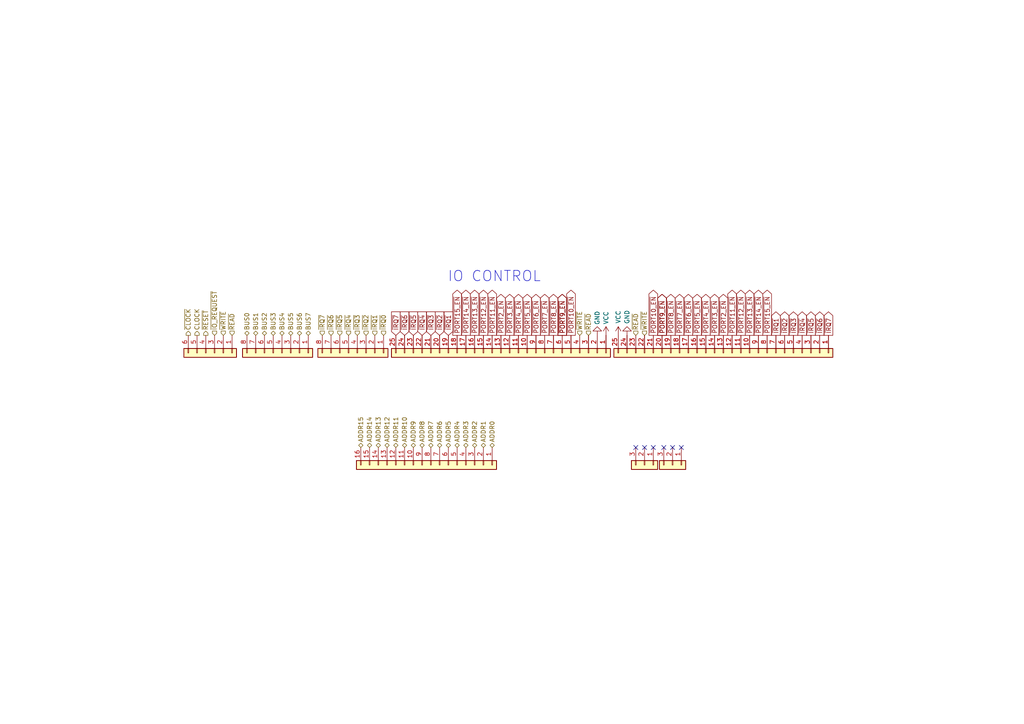
<source format=kicad_sch>
(kicad_sch (version 20211123) (generator eeschema)
  (paper "A4")
  (lib_symbols
    (symbol "Connector_Generic:Conn_01x03" (pin_names (offset 1.016) hide)
      (property "Reference" "J" (at 0 5.08 0))
      (property "Value" "Conn_01x03" (at 0 -5.08 0))
      (symbol "Conn_01x03_1_1"
        (rectangle (start -1.27 -2.413) (end 0 -2.667) (stroke (width 0.1524)))
        (rectangle (start -1.27 0.127) (end 0 -0.127) (stroke (width 0.1524)))
        (rectangle (start -1.27 2.667) (end 0 2.413) (stroke (width 0.1524)))
        (rectangle (start -1.27 3.81) (end 1.27 -3.81) (stroke (width 0.254)) (fill (type background)))
        (pin passive line (at -5.08 2.54 0) (length 3.81) (name "Pin_1") (number "1"))
        (pin passive line (at -5.08 0 0) (length 3.81) (name "Pin_2") (number "2"))
        (pin passive line (at -5.08 -2.54 0) (length 3.81) (name "Pin_3") (number "3"))
      )
    )
    (symbol "Connector_Generic:Conn_01x06" (pin_names (offset 1.016) hide)
      (property "Reference" "J" (at 0 7.62 0))
      (property "Value" "Conn_01x06" (at 0 -10.16 0))
      (symbol "Conn_01x06_1_1"
        (rectangle (start -1.27 -7.493) (end 0 -7.747) (stroke (width 0.1524)))
        (rectangle (start -1.27 -4.953) (end 0 -5.207) (stroke (width 0.1524)))
        (rectangle (start -1.27 -2.413) (end 0 -2.667) (stroke (width 0.1524)))
        (rectangle (start -1.27 0.127) (end 0 -0.127) (stroke (width 0.1524)))
        (rectangle (start -1.27 2.667) (end 0 2.413) (stroke (width 0.1524)))
        (rectangle (start -1.27 5.207) (end 0 4.953) (stroke (width 0.1524)))
        (rectangle (start -1.27 6.35) (end 1.27 -8.89) (stroke (width 0.254)) (fill (type background)))
        (pin passive line (at -5.08 5.08 0) (length 3.81) (name "Pin_1") (number "1"))
        (pin passive line (at -5.08 2.54 0) (length 3.81) (name "Pin_2") (number "2"))
        (pin passive line (at -5.08 0 0) (length 3.81) (name "Pin_3") (number "3"))
        (pin passive line (at -5.08 -2.54 0) (length 3.81) (name "Pin_4") (number "4"))
        (pin passive line (at -5.08 -5.08 0) (length 3.81) (name "Pin_5") (number "5"))
        (pin passive line (at -5.08 -7.62 0) (length 3.81) (name "Pin_6") (number "6"))
      )
    )
    (symbol "Connector_Generic:Conn_01x08" (pin_names (offset 1.016) hide)
      (property "Reference" "J" (at 0 10.16 0))
      (property "Value" "Conn_01x08" (at 0 -12.7 0))
      (symbol "Conn_01x08_1_1"
        (rectangle (start -1.27 -10.033) (end 0 -10.287) (stroke (width 0.1524)))
        (rectangle (start -1.27 -7.493) (end 0 -7.747) (stroke (width 0.1524)))
        (rectangle (start -1.27 -4.953) (end 0 -5.207) (stroke (width 0.1524)))
        (rectangle (start -1.27 -2.413) (end 0 -2.667) (stroke (width 0.1524)))
        (rectangle (start -1.27 0.127) (end 0 -0.127) (stroke (width 0.1524)))
        (rectangle (start -1.27 2.667) (end 0 2.413) (stroke (width 0.1524)))
        (rectangle (start -1.27 5.207) (end 0 4.953) (stroke (width 0.1524)))
        (rectangle (start -1.27 7.747) (end 0 7.493) (stroke (width 0.1524)))
        (rectangle (start -1.27 8.89) (end 1.27 -11.43) (stroke (width 0.254)) (fill (type background)))
        (pin passive line (at -5.08 7.62 0) (length 3.81) (name "Pin_1") (number "1"))
        (pin passive line (at -5.08 5.08 0) (length 3.81) (name "Pin_2") (number "2"))
        (pin passive line (at -5.08 2.54 0) (length 3.81) (name "Pin_3") (number "3"))
        (pin passive line (at -5.08 0 0) (length 3.81) (name "Pin_4") (number "4"))
        (pin passive line (at -5.08 -2.54 0) (length 3.81) (name "Pin_5") (number "5"))
        (pin passive line (at -5.08 -5.08 0) (length 3.81) (name "Pin_6") (number "6"))
        (pin passive line (at -5.08 -7.62 0) (length 3.81) (name "Pin_7") (number "7"))
        (pin passive line (at -5.08 -10.16 0) (length 3.81) (name "Pin_8") (number "8"))
      )
    )
    (symbol "Connector_Generic:Conn_01x16" (pin_names (offset 1.016) hide)
      (property "Reference" "J" (at 0 20.32 0))
      (property "Value" "Conn_01x16" (at 0 -22.86 0))
      (symbol "Conn_01x16_1_1"
        (rectangle (start -1.27 -20.193) (end 0 -20.447) (stroke (width 0.1524)))
        (rectangle (start -1.27 -17.653) (end 0 -17.907) (stroke (width 0.1524)))
        (rectangle (start -1.27 -15.113) (end 0 -15.367) (stroke (width 0.1524)))
        (rectangle (start -1.27 -12.573) (end 0 -12.827) (stroke (width 0.1524)))
        (rectangle (start -1.27 -10.033) (end 0 -10.287) (stroke (width 0.1524)))
        (rectangle (start -1.27 -7.493) (end 0 -7.747) (stroke (width 0.1524)))
        (rectangle (start -1.27 -4.953) (end 0 -5.207) (stroke (width 0.1524)))
        (rectangle (start -1.27 -2.413) (end 0 -2.667) (stroke (width 0.1524)))
        (rectangle (start -1.27 0.127) (end 0 -0.127) (stroke (width 0.1524)))
        (rectangle (start -1.27 2.667) (end 0 2.413) (stroke (width 0.1524)))
        (rectangle (start -1.27 5.207) (end 0 4.953) (stroke (width 0.1524)))
        (rectangle (start -1.27 7.747) (end 0 7.493) (stroke (width 0.1524)))
        (rectangle (start -1.27 10.287) (end 0 10.033) (stroke (width 0.1524)))
        (rectangle (start -1.27 12.827) (end 0 12.573) (stroke (width 0.1524)))
        (rectangle (start -1.27 15.367) (end 0 15.113) (stroke (width 0.1524)))
        (rectangle (start -1.27 17.907) (end 0 17.653) (stroke (width 0.1524)))
        (rectangle (start -1.27 19.05) (end 1.27 -21.59) (stroke (width 0.254)) (fill (type background)))
        (pin passive line (at -5.08 17.78 0) (length 3.81) (name "Pin_1") (number "1"))
        (pin passive line (at -5.08 -5.08 0) (length 3.81) (name "Pin_10") (number "10"))
        (pin passive line (at -5.08 -7.62 0) (length 3.81) (name "Pin_11") (number "11"))
        (pin passive line (at -5.08 -10.16 0) (length 3.81) (name "Pin_12") (number "12"))
        (pin passive line (at -5.08 -12.7 0) (length 3.81) (name "Pin_13") (number "13"))
        (pin passive line (at -5.08 -15.24 0) (length 3.81) (name "Pin_14") (number "14"))
        (pin passive line (at -5.08 -17.78 0) (length 3.81) (name "Pin_15") (number "15"))
        (pin passive line (at -5.08 -20.32 0) (length 3.81) (name "Pin_16") (number "16"))
        (pin passive line (at -5.08 15.24 0) (length 3.81) (name "Pin_2") (number "2"))
        (pin passive line (at -5.08 12.7 0) (length 3.81) (name "Pin_3") (number "3"))
        (pin passive line (at -5.08 10.16 0) (length 3.81) (name "Pin_4") (number "4"))
        (pin passive line (at -5.08 7.62 0) (length 3.81) (name "Pin_5") (number "5"))
        (pin passive line (at -5.08 5.08 0) (length 3.81) (name "Pin_6") (number "6"))
        (pin passive line (at -5.08 2.54 0) (length 3.81) (name "Pin_7") (number "7"))
        (pin passive line (at -5.08 0 0) (length 3.81) (name "Pin_8") (number "8"))
        (pin passive line (at -5.08 -2.54 0) (length 3.81) (name "Pin_9") (number "9"))
      )
    )
    (symbol "Connector_Generic:Conn_01x25" (pin_names (offset 1.016) hide)
      (property "Reference" "J" (at 0 33.02 0))
      (property "Value" "Conn_01x25" (at 0 -33.02 0))
      (symbol "Conn_01x25_1_1"
        (rectangle (start -1.27 -30.353) (end 0 -30.607) (stroke (width 0.1524)))
        (rectangle (start -1.27 -27.813) (end 0 -28.067) (stroke (width 0.1524)))
        (rectangle (start -1.27 -25.273) (end 0 -25.527) (stroke (width 0.1524)))
        (rectangle (start -1.27 -22.733) (end 0 -22.987) (stroke (width 0.1524)))
        (rectangle (start -1.27 -20.193) (end 0 -20.447) (stroke (width 0.1524)))
        (rectangle (start -1.27 -17.653) (end 0 -17.907) (stroke (width 0.1524)))
        (rectangle (start -1.27 -15.113) (end 0 -15.367) (stroke (width 0.1524)))
        (rectangle (start -1.27 -12.573) (end 0 -12.827) (stroke (width 0.1524)))
        (rectangle (start -1.27 -10.033) (end 0 -10.287) (stroke (width 0.1524)))
        (rectangle (start -1.27 -7.493) (end 0 -7.747) (stroke (width 0.1524)))
        (rectangle (start -1.27 -4.953) (end 0 -5.207) (stroke (width 0.1524)))
        (rectangle (start -1.27 -2.413) (end 0 -2.667) (stroke (width 0.1524)))
        (rectangle (start -1.27 0.127) (end 0 -0.127) (stroke (width 0.1524)))
        (rectangle (start -1.27 2.667) (end 0 2.413) (stroke (width 0.1524)))
        (rectangle (start -1.27 5.207) (end 0 4.953) (stroke (width 0.1524)))
        (rectangle (start -1.27 7.747) (end 0 7.493) (stroke (width 0.1524)))
        (rectangle (start -1.27 10.287) (end 0 10.033) (stroke (width 0.1524)))
        (rectangle (start -1.27 12.827) (end 0 12.573) (stroke (width 0.1524)))
        (rectangle (start -1.27 15.367) (end 0 15.113) (stroke (width 0.1524)))
        (rectangle (start -1.27 17.907) (end 0 17.653) (stroke (width 0.1524)))
        (rectangle (start -1.27 20.447) (end 0 20.193) (stroke (width 0.1524)))
        (rectangle (start -1.27 22.987) (end 0 22.733) (stroke (width 0.1524)))
        (rectangle (start -1.27 25.527) (end 0 25.273) (stroke (width 0.1524)))
        (rectangle (start -1.27 28.067) (end 0 27.813) (stroke (width 0.1524)))
        (rectangle (start -1.27 30.607) (end 0 30.353) (stroke (width 0.1524)))
        (rectangle (start -1.27 31.75) (end 1.27 -31.75) (stroke (width 0.254)) (fill (type background)))
        (pin passive line (at -5.08 30.48 0) (length 3.81) (name "Pin_1") (number "1"))
        (pin passive line (at -5.08 7.62 0) (length 3.81) (name "Pin_10") (number "10"))
        (pin passive line (at -5.08 5.08 0) (length 3.81) (name "Pin_11") (number "11"))
        (pin passive line (at -5.08 2.54 0) (length 3.81) (name "Pin_12") (number "12"))
        (pin passive line (at -5.08 0 0) (length 3.81) (name "Pin_13") (number "13"))
        (pin passive line (at -5.08 -2.54 0) (length 3.81) (name "Pin_14") (number "14"))
        (pin passive line (at -5.08 -5.08 0) (length 3.81) (name "Pin_15") (number "15"))
        (pin passive line (at -5.08 -7.62 0) (length 3.81) (name "Pin_16") (number "16"))
        (pin passive line (at -5.08 -10.16 0) (length 3.81) (name "Pin_17") (number "17"))
        (pin passive line (at -5.08 -12.7 0) (length 3.81) (name "Pin_18") (number "18"))
        (pin passive line (at -5.08 -15.24 0) (length 3.81) (name "Pin_19") (number "19"))
        (pin passive line (at -5.08 27.94 0) (length 3.81) (name "Pin_2") (number "2"))
        (pin passive line (at -5.08 -17.78 0) (length 3.81) (name "Pin_20") (number "20"))
        (pin passive line (at -5.08 -20.32 0) (length 3.81) (name "Pin_21") (number "21"))
        (pin passive line (at -5.08 -22.86 0) (length 3.81) (name "Pin_22") (number "22"))
        (pin passive line (at -5.08 -25.4 0) (length 3.81) (name "Pin_23") (number "23"))
        (pin passive line (at -5.08 -27.94 0) (length 3.81) (name "Pin_24") (number "24"))
        (pin passive line (at -5.08 -30.48 0) (length 3.81) (name "Pin_25") (number "25"))
        (pin passive line (at -5.08 25.4 0) (length 3.81) (name "Pin_3") (number "3"))
        (pin passive line (at -5.08 22.86 0) (length 3.81) (name "Pin_4") (number "4"))
        (pin passive line (at -5.08 20.32 0) (length 3.81) (name "Pin_5") (number "5"))
        (pin passive line (at -5.08 17.78 0) (length 3.81) (name "Pin_6") (number "6"))
        (pin passive line (at -5.08 15.24 0) (length 3.81) (name "Pin_7") (number "7"))
        (pin passive line (at -5.08 12.7 0) (length 3.81) (name "Pin_8") (number "8"))
        (pin passive line (at -5.08 10.16 0) (length 3.81) (name "Pin_9") (number "9"))
      )
    )
    (symbol "power:GND" (power) (pin_names (offset 0))
      (property "Value" "GND" (at 0 -3.81 0))
      (symbol "GND_0_1"
        (polyline (pts (xy 0 0) (xy 0 -1.27) (xy 1.27 -1.27) (xy 0 -2.54) (xy -1.27 -1.27) (xy 0 -1.27)))
      )
      (symbol "GND_1_1"
        (pin power_in line (at 0 0 270) (length 0) hide (name "GND") (number "1"))
      )
    )
    (symbol "power:VCC" (power) (pin_names (offset 0))
      (property "Value" "VCC" (at 0 3.81 0))
      (symbol "VCC_0_1"
        (polyline (pts (xy -0.762 1.27) (xy 0 2.54)))
        (polyline (pts (xy 0 0) (xy 0 2.54)))
        (polyline (pts (xy 0 2.54) (xy 0.762 1.27)))
      )
      (symbol "VCC_1_1"
        (pin power_in line (at 0 0 90) (length 0) hide (name "VCC") (number "1"))
      )
    )
  )
  (no_connect (at 195.072 129.794))
  (no_connect (at 189.484 129.794))
  (no_connect (at 192.532 129.794))
  (no_connect (at 197.612 129.794))
  (no_connect (at 184.404 129.794))
  (no_connect (at 186.944 129.794))
  (text "IO CONTROL" (at 129.794 82.042 0) (effects (font (size 3 3)) (justify left bottom)))
  (global_label "~{PORT9_EN}" (shape output) (at 192.024 97.282 90) (property "Intersheet References" "${INTERSHEET_REFS}" (effects hide)))
  (global_label "~{IRQ7}" (shape output) (at 240.284 97.282 90) (property "Intersheet References" "${INTERSHEET_REFS}" (effects hide)))
  (global_label "~{PORT10_EN}" (shape output) (at 189.484 97.282 90) (property "Intersheet References" "${INTERSHEET_REFS}" (effects hide)))
  (global_label "~{PORT4_EN}" (shape output) (at 150.368 97.282 90) (property "Intersheet References" "${INTERSHEET_REFS}" (effects hide)))
  (global_label "~{IRQ1}" (shape input) (at 130.048 97.282 90) (property "Intersheet References" "${INTERSHEET_REFS}" (effects hide)))
  (global_label "~{PORT7_EN}" (shape output) (at 197.104 97.282 90) (property "Intersheet References" "${INTERSHEET_REFS}" (effects hide)))
  (global_label "~{IRQ4}" (shape input) (at 122.428 97.282 90) (property "Intersheet References" "${INTERSHEET_REFS}" (effects hide)))
  (global_label "~{PORT11_EN}" (shape output) (at 142.748 97.282 90) (property "Intersheet References" "${INTERSHEET_REFS}" (effects hide)))
  (global_label "~{PORT2_EN}" (shape output) (at 145.288 97.282 90) (property "Intersheet References" "${INTERSHEET_REFS}" (effects hide)))
  (global_label "~{IRQ4}" (shape output) (at 232.664 97.282 90) (property "Intersheet References" "${INTERSHEET_REFS}" (effects hide)))
  (global_label "~{IRQ3}" (shape output) (at 230.124 97.282 90) (property "Intersheet References" "${INTERSHEET_REFS}" (effects hide)))
  (global_label "~{IRQ5}" (shape output) (at 235.204 97.282 90) (property "Intersheet References" "${INTERSHEET_REFS}" (effects hide)))
  (global_label "~{IRQ5}" (shape input) (at 119.888 97.282 90) (property "Intersheet References" "${INTERSHEET_REFS}" (effects hide)))
  (global_label "~{PORT3_EN}" (shape output) (at 207.264 97.282 90) (property "Intersheet References" "${INTERSHEET_REFS}" (effects hide)))
  (global_label "~{IRQ2}" (shape input) (at 127.508 97.282 90) (property "Intersheet References" "${INTERSHEET_REFS}" (effects hide)))
  (global_label "~{PORT10_EN}" (shape output) (at 165.608 97.282 90) (property "Intersheet References" "${INTERSHEET_REFS}" (effects hide)))
  (global_label "~{IRQ6}" (shape input) (at 117.348 97.282 90) (property "Intersheet References" "${INTERSHEET_REFS}" (effects hide)))
  (global_label "~{PORT14_EN}" (shape output) (at 219.964 97.282 90) (property "Intersheet References" "${INTERSHEET_REFS}" (effects hide)))
  (global_label "~{PORT5_EN}" (shape output) (at 152.908 97.282 90) (property "Intersheet References" "${INTERSHEET_REFS}" (effects hide)))
  (global_label "~{IRQ3}" (shape input) (at 124.968 97.282 90) (property "Intersheet References" "${INTERSHEET_REFS}" (effects hide)))
  (global_label "~{PORT8_EN}" (shape output) (at 160.528 97.282 90) (property "Intersheet References" "${INTERSHEET_REFS}" (effects hide)))
  (global_label "~{PORT4_EN}" (shape output) (at 204.724 97.282 90) (property "Intersheet References" "${INTERSHEET_REFS}" (effects hide)))
  (global_label "~{PORT14_EN}" (shape output) (at 135.128 97.282 90) (property "Intersheet References" "${INTERSHEET_REFS}" (effects hide)))
  (global_label "~{IRQ7}" (shape input) (at 114.808 97.282 90) (property "Intersheet References" "${INTERSHEET_REFS}" (effects hide)))
  (global_label "~{PORT13_EN}" (shape output) (at 217.424 97.282 90) (property "Intersheet References" "${INTERSHEET_REFS}" (effects hide)))
  (global_label "~{PORT7_EN}" (shape output) (at 157.988 97.282 90) (property "Intersheet References" "${INTERSHEET_REFS}" (effects hide)))
  (global_label "~{PORT2_EN}" (shape output) (at 209.804 97.282 90) (property "Intersheet References" "${INTERSHEET_REFS}" (effects hide)))
  (global_label "~{PORT15_EN}" (shape output) (at 132.588 97.282 90) (property "Intersheet References" "${INTERSHEET_REFS}" (effects hide)))
  (global_label "~{PORT15_EN}" (shape output) (at 222.504 97.282 90) (property "Intersheet References" "${INTERSHEET_REFS}" (effects hide)))
  (global_label "~{PORT5_EN}" (shape output) (at 202.184 97.282 90) (property "Intersheet References" "${INTERSHEET_REFS}" (effects hide)))
  (global_label "~{PORT3_EN}" (shape output) (at 147.828 97.282 90) (property "Intersheet References" "${INTERSHEET_REFS}" (effects hide)))
  (global_label "~{PORT9_EN}" (shape output) (at 192.024 97.282 90) (property "Intersheet References" "${INTERSHEET_REFS}" (effects hide)))
  (global_label "~{PORT11_EN}" (shape output) (at 212.344 97.282 90) (property "Intersheet References" "${INTERSHEET_REFS}" (effects hide)))
  (global_label "~{PORT6_EN}" (shape output) (at 199.644 97.282 90) (property "Intersheet References" "${INTERSHEET_REFS}" (effects hide)))
  (global_label "~{IRQ2}" (shape output) (at 227.584 97.282 90) (property "Intersheet References" "${INTERSHEET_REFS}" (effects hide)))
  (global_label "~{PORT12_EN}" (shape output) (at 214.884 97.282 90) (property "Intersheet References" "${INTERSHEET_REFS}" (effects hide)))
  (global_label "~{IRQ1}" (shape output) (at 225.044 97.282 90) (property "Intersheet References" "${INTERSHEET_REFS}" (effects hide)))
  (global_label "~{PORT9_EN}" (shape output) (at 163.068 97.282 90) (property "Intersheet References" "${INTERSHEET_REFS}" (effects hide)))
  (global_label "~{PORT12_EN}" (shape output) (at 140.208 97.282 90) (property "Intersheet References" "${INTERSHEET_REFS}" (effects hide)))
  (global_label "~{PORT9_EN}" (shape output) (at 163.068 97.282 90) (property "Intersheet References" "${INTERSHEET_REFS}" (effects hide)))
  (global_label "~{PORT13_EN}" (shape output) (at 137.668 97.282 90) (property "Intersheet References" "${INTERSHEET_REFS}" (effects hide)))
  (global_label "~{PORT8_EN}" (shape output) (at 194.564 97.282 90) (property "Intersheet References" "${INTERSHEET_REFS}" (effects hide)))
  (global_label "~{IRQ6}" (shape output) (at 237.744 97.282 90) (property "Intersheet References" "${INTERSHEET_REFS}" (effects hide)))
  (global_label "~{PORT6_EN}" (shape output) (at 155.448 97.282 90) (property "Intersheet References" "${INTERSHEET_REFS}" (effects hide)))
  (hierarchical_label "BUS1" (shape tri_state) (at 74.168 97.282 90))
  (hierarchical_label "BUS6" (shape tri_state) (at 86.868 97.282 90))
  (hierarchical_label "~{READ}" (shape input) (at 67.31 97.282 90))
  (hierarchical_label "~{IO_REQUEST}" (shape input) (at 62.23 97.282 90))
  (hierarchical_label "ADDR0" (shape tri_state) (at 142.748 129.794 90))
  (hierarchical_label "ADDR5" (shape tri_state) (at 130.048 129.794 90))
  (hierarchical_label "~{IRQ0}" (shape input) (at 111.252 97.282 90))
  (hierarchical_label "ADDR7" (shape tri_state) (at 124.968 129.794 90))
  (hierarchical_label "ADDR4" (shape tri_state) (at 132.588 129.794 90))
  (hierarchical_label "ADDR13" (shape tri_state) (at 109.728 129.794 90))
  (hierarchical_label "ADDR15" (shape tri_state) (at 104.648 129.794 90))
  (hierarchical_label "BUS5" (shape tri_state) (at 84.328 97.282 90))
  (hierarchical_label "ADDR6" (shape tri_state) (at 127.508 129.794 90))
  (hierarchical_label "ADDR3" (shape tri_state) (at 135.128 129.794 90))
  (hierarchical_label "ADDR8" (shape tri_state) (at 122.428 129.794 90))
  (hierarchical_label "ADDR9" (shape tri_state) (at 119.888 129.794 90))
  (hierarchical_label "CLOCK" (shape output) (at 57.15 97.282 90))
  (hierarchical_label "BUS4" (shape tri_state) (at 81.788 97.282 90))
  (hierarchical_label "BUS2" (shape tri_state) (at 76.708 97.282 90))
  (hierarchical_label "~{WRITE}" (shape input) (at 168.148 97.282 90))
  (hierarchical_label "~{IRQ3}" (shape input) (at 103.632 97.282 90))
  (hierarchical_label "~{IRQ6}" (shape input) (at 96.012 97.282 90))
  (hierarchical_label "~{WRITE}" (shape input) (at 186.944 97.282 90))
  (hierarchical_label "~{RESET}" (shape output) (at 59.69 97.282 90))
  (hierarchical_label "~{WRITE}" (shape input) (at 64.77 97.282 90))
  (hierarchical_label "BUS0" (shape tri_state) (at 71.628 97.282 90))
  (hierarchical_label "ADDR12" (shape tri_state) (at 112.268 129.794 90))
  (hierarchical_label "~{READ}" (shape input) (at 184.404 97.282 90))
  (hierarchical_label "~{IRQ5}" (shape input) (at 98.552 97.282 90))
  (hierarchical_label "~{IRQ1}" (shape input) (at 108.712 97.282 90))
  (hierarchical_label "ADDR10" (shape tri_state) (at 117.348 129.794 90))
  (hierarchical_label "ADDR14" (shape tri_state) (at 107.188 129.794 90))
  (hierarchical_label "ADDR1" (shape tri_state) (at 140.208 129.794 90))
  (hierarchical_label "~{CLOCK}" (shape output) (at 54.61 97.282 90))
  (hierarchical_label "ADDR2" (shape tri_state) (at 137.668 129.794 90))
  (hierarchical_label "~{IRQ2}" (shape input) (at 106.172 97.282 90))
  (hierarchical_label "~{READ}" (shape input) (at 170.688 97.282 90))
  (hierarchical_label "ADDR11" (shape tri_state) (at 114.808 129.794 90))
  (hierarchical_label "~{IRQ7}" (shape input) (at 93.472 97.282 90))
  (hierarchical_label "BUS7" (shape tri_state) (at 89.408 97.282 90))
  (hierarchical_label "BUS3" (shape tri_state) (at 79.248 97.282 90))
  (hierarchical_label "~{IRQ4}" (shape input) (at 101.092 97.282 90))
  (symbol (lib_id "Connector_Generic:Conn_01x08") (at 103.632 102.362 270) (unit 1)
    (property "Reference" "J42" (effects hide))
    (property "Value" "Conn_01x12" (effects hide))
    (property "Footprint" "Connector_PinSocket_2.54mm:PinSocket_1x12_P2.54mm_Vertical" (effects hide))
    (property "Field4" "SPR Control" (effects hide))
  )
  (symbol (lib_id "power:GND") (at 173.228 97.282 180) (unit 1)
    (property "Reference" "#PWR030" (effects hide))
    (property "Value" "GND" (at 173.228 92.202 90))
  )
  (symbol (lib_id "Connector_Generic:Conn_01x03") (at 195.072 134.874 270) (unit 1)
    (property "Reference" "J47" (effects hide))
    (property "Value" "Conn_01x08" (effects hide))
    (property "Footprint" "Connector_PinSocket_2.54mm:PinSocket_1x08_P2.54mm_Vertical" (effects hide))
  )
  (symbol (lib_id "Connector_Generic:Conn_01x08") (at 81.788 102.362 270) (unit 1)
    (property "Reference" "J41" (effects hide))
    (property "Value" "Conn_01x06" (effects hide))
    (property "Footprint" "Connector_PinSocket_2.54mm:PinSocket_1x06_P2.54mm_Vertical" (effects hide))
    (property "Field4" "SPR Control" (effects hide))
  )
  (symbol (lib_id "power:VCC") (at 175.768 97.282 0) (unit 1)
    (property "Reference" "#PWR031" (effects hide))
    (property "Value" "VCC" (at 175.768 92.202 90))
  )
  (symbol (lib_id "Connector_Generic:Conn_01x25") (at 209.804 102.362 270) (unit 1)
    (property "Reference" "J48" (effects hide))
    (property "Value" "Conn_01x07" (effects hide))
    (property "Footprint" "Connector_PinSocket_2.54mm:PinSocket_1x07_P2.54mm_Vertical" (effects hide))
  )
  (symbol (lib_id "power:GND") (at 181.864 97.282 0) (mirror x) (unit 1)
    (property "Reference" "#PWR033" (effects hide))
    (property "Value" "GND" (at 181.864 91.948 90))
  )
  (symbol (lib_id "Connector_Generic:Conn_01x16") (at 124.968 134.874 270) (unit 1)
    (property "Reference" "J43" (effects hide))
    (property "Value" "Conn_01x08" (effects hide))
    (property "Footprint" "Connector_PinSocket_2.54mm:PinSocket_1x08_P2.54mm_Vertical" (effects hide))
    (property "Field4" "Address Bus" (effects hide))
  )
  (symbol (lib_id "Connector_Generic:Conn_01x25") (at 145.288 102.362 270) (unit 1)
    (property "Reference" "J44" (effects hide))
    (property "Value" "Conn_01x10" (effects hide))
    (property "Footprint" "Connector_PinSocket_2.54mm:PinSocket_1x10_P2.54mm_Vertical" (effects hide))
  )
  (symbol (lib_id "power:VCC") (at 179.324 97.282 0) (mirror y) (unit 1)
    (property "Reference" "#PWR032" (effects hide))
    (property "Value" "VCC" (at 179.324 91.948 90))
  )
  (symbol (lib_id "Connector_Generic:Conn_01x06") (at 62.23 102.362 270) (unit 1)
    (property "Reference" "J40" (effects hide))
    (property "Value" "Conn_01x11" (effects hide))
    (property "Footprint" "Connector_PinSocket_2.54mm:PinSocket_1x11_P2.54mm_Vertical" (effects hide))
    (property "Field4" "SPR Control" (effects hide))
  )
  (symbol (lib_id "Connector_Generic:Conn_01x03") (at 186.944 134.874 270) (unit 1)
    (property "Reference" "J46" (effects hide))
    (property "Value" "Conn_01x03" (effects hide))
    (property "Footprint" "Connector_PinSocket_2.54mm:PinSocket_1x03_P2.54mm_Vertical" (effects hide))
  )
)
</source>
